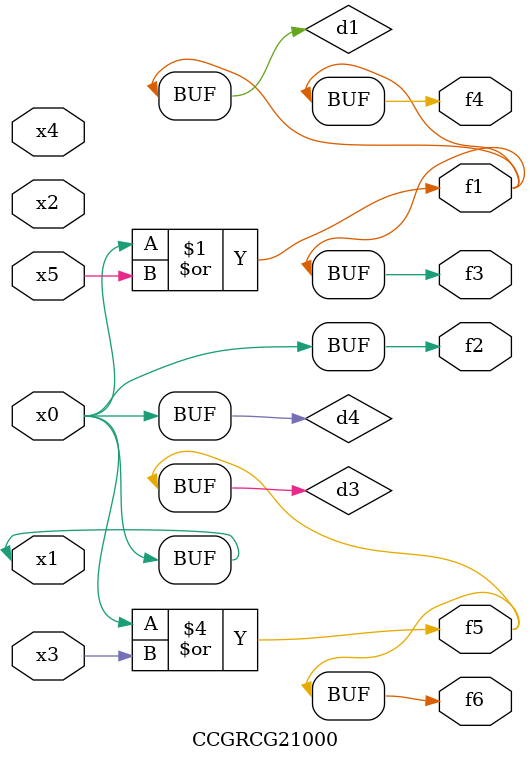
<source format=v>
module CCGRCG21000(
	input x0, x1, x2, x3, x4, x5,
	output f1, f2, f3, f4, f5, f6
);

	wire d1, d2, d3, d4;

	or (d1, x0, x5);
	xnor (d2, x1, x4);
	or (d3, x0, x3);
	buf (d4, x0, x1);
	assign f1 = d1;
	assign f2 = d4;
	assign f3 = d1;
	assign f4 = d1;
	assign f5 = d3;
	assign f6 = d3;
endmodule

</source>
